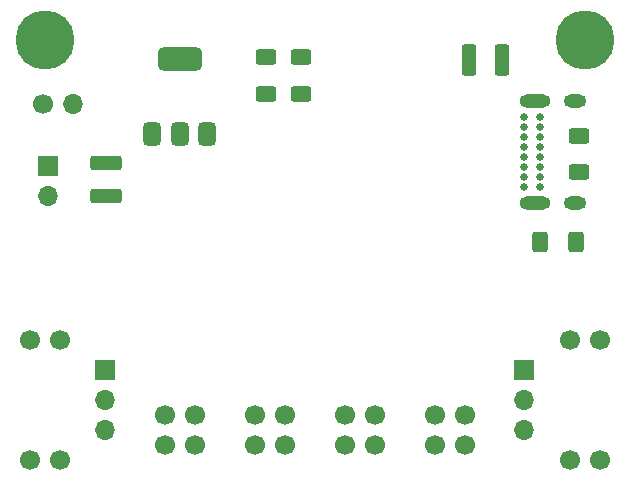
<source format=gbr>
%TF.GenerationSoftware,KiCad,Pcbnew,8.0.4*%
%TF.CreationDate,2024-08-04T18:34:56-04:00*%
%TF.ProjectId,ESP32-C3-BreadBoardAdapter,45535033-322d-4433-932d-427265616442,rev?*%
%TF.SameCoordinates,Original*%
%TF.FileFunction,Soldermask,Bot*%
%TF.FilePolarity,Negative*%
%FSLAX46Y46*%
G04 Gerber Fmt 4.6, Leading zero omitted, Abs format (unit mm)*
G04 Created by KiCad (PCBNEW 8.0.4) date 2024-08-04 18:34:56*
%MOMM*%
%LPD*%
G01*
G04 APERTURE LIST*
G04 Aperture macros list*
%AMRoundRect*
0 Rectangle with rounded corners*
0 $1 Rounding radius*
0 $2 $3 $4 $5 $6 $7 $8 $9 X,Y pos of 4 corners*
0 Add a 4 corners polygon primitive as box body*
4,1,4,$2,$3,$4,$5,$6,$7,$8,$9,$2,$3,0*
0 Add four circle primitives for the rounded corners*
1,1,$1+$1,$2,$3*
1,1,$1+$1,$4,$5*
1,1,$1+$1,$6,$7*
1,1,$1+$1,$8,$9*
0 Add four rect primitives between the rounded corners*
20,1,$1+$1,$2,$3,$4,$5,0*
20,1,$1+$1,$4,$5,$6,$7,0*
20,1,$1+$1,$6,$7,$8,$9,0*
20,1,$1+$1,$8,$9,$2,$3,0*%
G04 Aperture macros list end*
%ADD10C,1.700000*%
%ADD11O,1.700000X1.700000*%
%ADD12C,0.660400*%
%ADD13O,1.905000X1.117600*%
%ADD14O,2.616200X1.117600*%
%ADD15R,1.700000X1.700000*%
%ADD16C,5.000000*%
%ADD17RoundRect,0.250000X-0.375000X-1.075000X0.375000X-1.075000X0.375000X1.075000X-0.375000X1.075000X0*%
%ADD18RoundRect,0.250000X-0.625000X0.400000X-0.625000X-0.400000X0.625000X-0.400000X0.625000X0.400000X0*%
%ADD19RoundRect,0.250000X0.625000X-0.400000X0.625000X0.400000X-0.625000X0.400000X-0.625000X-0.400000X0*%
%ADD20RoundRect,0.250000X0.400000X0.625000X-0.400000X0.625000X-0.400000X-0.625000X0.400000X-0.625000X0*%
%ADD21RoundRect,0.375000X0.375000X-0.625000X0.375000X0.625000X-0.375000X0.625000X-0.375000X-0.625000X0*%
%ADD22RoundRect,0.500000X1.400000X-0.500000X1.400000X0.500000X-1.400000X0.500000X-1.400000X-0.500000X0*%
%ADD23RoundRect,0.250000X-1.075000X0.375000X-1.075000X-0.375000X1.075000X-0.375000X1.075000X0.375000X0*%
G04 APERTURE END LIST*
D10*
%TO.C,J6*%
X114865000Y-64812500D03*
D11*
X117405000Y-64812500D03*
%TD*%
D12*
%TO.C,J2*%
X155582435Y-71835557D03*
X155582435Y-70985556D03*
X155582435Y-70135558D03*
X155582435Y-69285557D03*
X155582435Y-68435556D03*
X155582435Y-67585555D03*
X155582435Y-66735557D03*
X155582435Y-65885556D03*
X156932435Y-65885556D03*
X156932435Y-66735557D03*
X156932435Y-67585555D03*
X156932435Y-68435556D03*
X156932435Y-69285557D03*
X156932435Y-70135558D03*
X156932435Y-70985556D03*
X156932435Y-71835557D03*
D13*
X159947435Y-73185542D03*
X159947435Y-64535572D03*
D14*
X156562436Y-73185557D03*
X156562435Y-64535572D03*
%TD*%
D15*
%TO.C,J4*%
X155640000Y-87375000D03*
D11*
X155640000Y-89915000D03*
X155640000Y-92455000D03*
%TD*%
D15*
%TO.C,J1*%
X115340000Y-70060000D03*
D11*
X115340000Y-72600000D03*
%TD*%
D10*
%TO.C,BRD1*%
X125170000Y-91190000D03*
X125170000Y-93730000D03*
X127710000Y-91190000D03*
X127710000Y-93730000D03*
X132790000Y-91190000D03*
X132790000Y-93730000D03*
X135330000Y-91190000D03*
X135330000Y-93730000D03*
X140410000Y-91190000D03*
X140410000Y-93730000D03*
X142950000Y-91190000D03*
X142950000Y-93730000D03*
X148030000Y-91190000D03*
X148030000Y-93730000D03*
X150570000Y-91190000D03*
X150570000Y-93730000D03*
X116280000Y-84840000D03*
X116280000Y-95000000D03*
X162000000Y-84840000D03*
X162000000Y-95000000D03*
D16*
X115010000Y-59440000D03*
X160730000Y-59440000D03*
D10*
X113740000Y-84840000D03*
X113740000Y-95000000D03*
X159460000Y-84840000D03*
X159460000Y-95000000D03*
%TD*%
D15*
%TO.C,J3*%
X120100000Y-87380000D03*
D11*
X120100000Y-89920000D03*
X120100000Y-92460000D03*
%TD*%
D17*
%TO.C,D2*%
X150940000Y-61100000D03*
X153740000Y-61100000D03*
%TD*%
D18*
%TO.C,R5*%
X136740000Y-60850000D03*
X136740000Y-63950000D03*
%TD*%
D19*
%TO.C,R1*%
X160250000Y-70600000D03*
X160250000Y-67500000D03*
%TD*%
D20*
%TO.C,R2*%
X160050000Y-76500000D03*
X156950000Y-76500000D03*
%TD*%
D21*
%TO.C,U2*%
X128740000Y-67350000D03*
X126440000Y-67350000D03*
X124140000Y-67350000D03*
D22*
X126440000Y-61050000D03*
%TD*%
D18*
%TO.C,R6*%
X133740000Y-60850000D03*
X133740000Y-63950000D03*
%TD*%
D23*
%TO.C,D1*%
X120240000Y-69800000D03*
X120240000Y-72600000D03*
%TD*%
M02*

</source>
